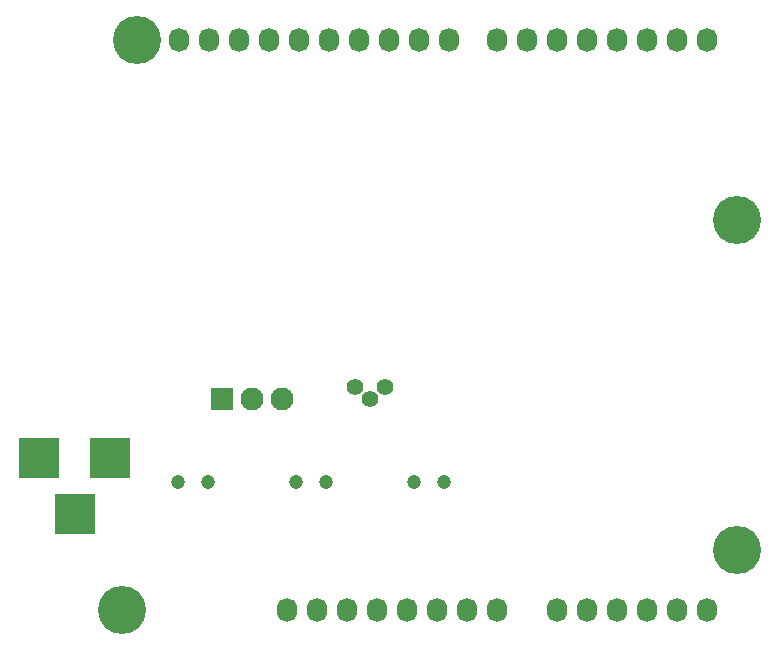
<source format=gbr>
%TF.GenerationSoftware,KiCad,Pcbnew,6.0.0-d3dd2cf0fa~116~ubuntu21.10.1*%
%TF.CreationDate,2022-01-02T16:32:23-05:00*%
%TF.ProjectId,ardustack-power,61726475-7374-4616-936b-2d706f776572,rev?*%
%TF.SameCoordinates,Original*%
%TF.FileFunction,Soldermask,Bot*%
%TF.FilePolarity,Negative*%
%FSLAX46Y46*%
G04 Gerber Fmt 4.6, Leading zero omitted, Abs format (unit mm)*
G04 Created by KiCad (PCBNEW 6.0.0-d3dd2cf0fa~116~ubuntu21.10.1) date 2022-01-02 16:32:23*
%MOMM*%
%LPD*%
G01*
G04 APERTURE LIST*
%ADD10O,1.727200X2.032000*%
%ADD11C,4.064000*%
%ADD12C,1.200000*%
%ADD13R,3.500000X3.500000*%
%ADD14R,1.935000X1.935000*%
%ADD15C,1.935000*%
%ADD16C,1.400000*%
G04 APERTURE END LIST*
D10*
%TO.C,P1*%
X138938000Y-123825000D03*
X141478000Y-123825000D03*
X144018000Y-123825000D03*
X146558000Y-123825000D03*
X149098000Y-123825000D03*
X151638000Y-123825000D03*
X154178000Y-123825000D03*
X156718000Y-123825000D03*
%TD*%
%TO.C,P2*%
X161798000Y-123825000D03*
X164338000Y-123825000D03*
X166878000Y-123825000D03*
X169418000Y-123825000D03*
X171958000Y-123825000D03*
X174498000Y-123825000D03*
%TD*%
%TO.C,P3*%
X129794000Y-75565000D03*
X132334000Y-75565000D03*
X134874000Y-75565000D03*
X137414000Y-75565000D03*
X139954000Y-75565000D03*
X142494000Y-75565000D03*
X145034000Y-75565000D03*
X147574000Y-75565000D03*
X150114000Y-75565000D03*
X152654000Y-75565000D03*
%TD*%
%TO.C,P4*%
X156718000Y-75565000D03*
X159258000Y-75565000D03*
X161798000Y-75565000D03*
X164338000Y-75565000D03*
X166878000Y-75565000D03*
X169418000Y-75565000D03*
X171958000Y-75565000D03*
X174498000Y-75565000D03*
%TD*%
D11*
%TO.C,P5*%
X124968000Y-123825000D03*
%TD*%
%TO.C,P6*%
X177038000Y-118745000D03*
%TD*%
%TO.C,P7*%
X126238000Y-75565000D03*
%TD*%
%TO.C,P8*%
X177038000Y-90805000D03*
%TD*%
D12*
%TO.C,C2*%
X139750000Y-113000000D03*
X142250000Y-113000000D03*
%TD*%
D13*
%TO.C,J1*%
X124000000Y-111000000D03*
X118000000Y-111000000D03*
X121000000Y-115700000D03*
%TD*%
D14*
%TO.C,IC1*%
X133460000Y-106000000D03*
D15*
X136000000Y-106000000D03*
X138540000Y-106000000D03*
%TD*%
D16*
%TO.C,IC2*%
X147270000Y-105000000D03*
X146000000Y-106000000D03*
X144730000Y-105000000D03*
%TD*%
D12*
%TO.C,C1*%
X129750000Y-113000000D03*
X132250000Y-113000000D03*
%TD*%
%TO.C,C3*%
X149750000Y-113000000D03*
X152250000Y-113000000D03*
%TD*%
M02*

</source>
